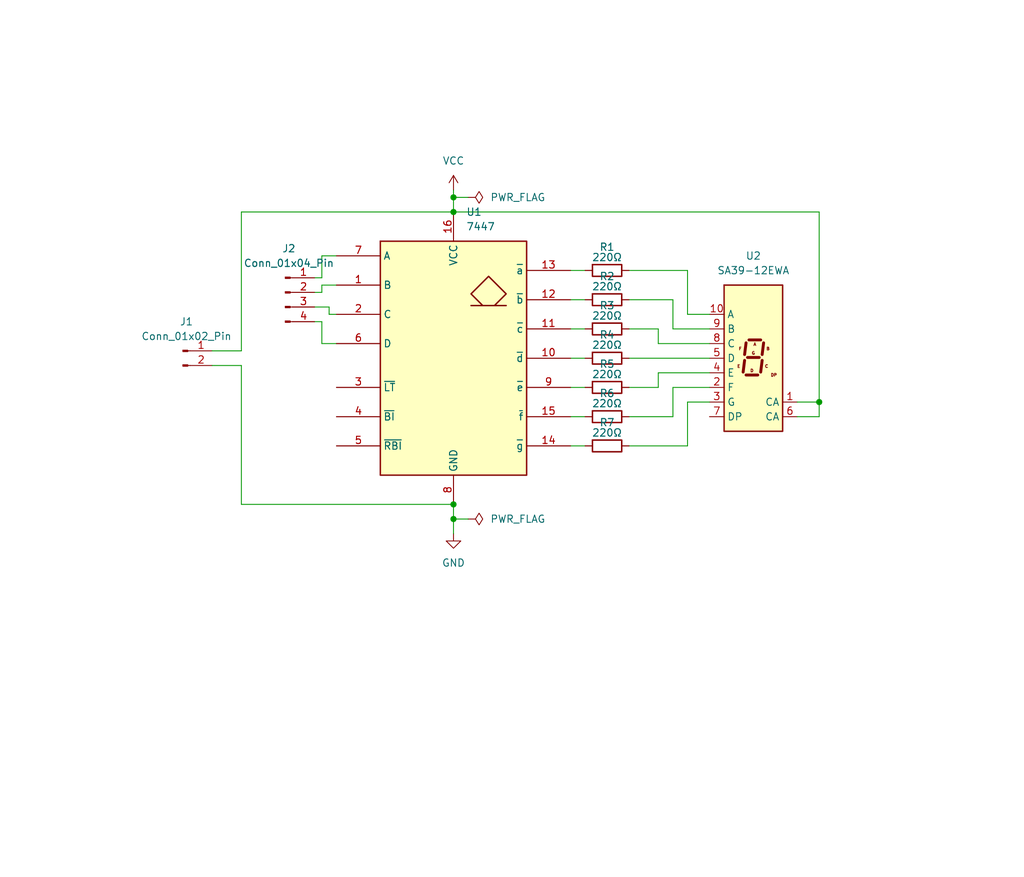
<source format=kicad_sch>
(kicad_sch (version 20231120) (generator "eeschema") (generator_version "8.0")
  (paper "User" 177.8 152.4)
  (title_block (title "Single Digit 7 Segment Display Using IC7447") (date "2025-01-27") (rev "V1") (company "Nandan R Pai") (comment 1 "NNM22AM033, Dept. of AIML"))
  (lib_symbols
    (symbol "74xx_IEEE:7447"
      (property "Reference" "U" (at 3.81 11.43 0))
      (property "Value" "7447" (at 6.35 -11.43 0))
      (symbol "7447_0_0"
        (rectangle (start -12.7 20.32) (end 12.7 -20.32) (stroke (width 0.254)) (fill (type background)))
        (polyline (pts (xy 7.112 9.144) (xy 9.144 11.176) (xy 6.096 14.224) (xy 3.048 11.176) (xy 5.08 9.144) (xy 3.048 9.144) (xy 9.144 9.144) (xy 9.144 9.144)) (stroke (width 0.254)) (fill (type background)))
        (pin power_in line (at 0 25.4 270) (length 5.08) (name "VCC") (number "16"))
        (pin power_in line (at 0 -25.4 90) (length 5.08) (name "GND") (number "8"))
      )
      (symbol "7447_1_1"
        (pin input line (at -20.32 12.7 0) (length 7.62) (name "B") (number "1"))
        (pin open_collector line (at 20.32 0 180) (length 7.62) (name "~{d}") (number "10"))
        (pin open_collector line (at 20.32 5.08 180) (length 7.62) (name "~{c}") (number "11"))
        (pin open_collector line (at 20.32 10.16 180) (length 7.62) (name "~{b}") (number "12"))
        (pin open_collector line (at 20.32 15.24 180) (length 7.62) (name "~{a}") (number "13"))
        (pin open_collector line (at 20.32 -15.24 180) (length 7.62) (name "~{g}") (number "14"))
        (pin open_collector line (at 20.32 -10.16 180) (length 7.62) (name "~{f}") (number "15"))
        (pin input line (at -20.32 7.62 0) (length 7.62) (name "C") (number "2"))
        (pin input line (at -20.32 -5.08 0) (length 7.62) (name "~{LT}") (number "3"))
        (pin input line (at -20.32 -10.16 0) (length 7.62) (name "~{BI}") (number "4"))
        (pin input line (at -20.32 -15.24 0) (length 7.62) (name "~{RBI}") (number "5"))
        (pin input line (at -20.32 2.54 0) (length 7.62) (name "D") (number "6"))
        (pin input line (at -20.32 17.78 0) (length 7.62) (name "A") (number "7"))
        (pin open_collector line (at 20.32 -5.08 180) (length 7.62) (name "~{e}") (number "9"))
      )
    )
    (symbol "Connector:Conn_01x02_Pin" (pin_names (offset 1.016) hide)
      (property "Reference" "J" (at 0 2.54 0))
      (property "Value" "Conn_01x02_Pin" (at 0 -5.08 0))
      (symbol "Conn_01x02_Pin_1_1"
        (polyline (pts (xy 1.27 -2.54) (xy 0.8636 -2.54)) (stroke (width 0.1524)))
        (polyline (pts (xy 1.27 0) (xy 0.8636 0)) (stroke (width 0.1524)))
        (rectangle (start 0.8636 -2.413) (end 0 -2.667) (stroke (width 0.1524)) (fill (type outline)))
        (rectangle (start 0.8636 0.127) (end 0 -0.127) (stroke (width 0.1524)) (fill (type outline)))
        (pin passive line (at 5.08 0 180) (length 3.81) (name "Pin_1") (number "1"))
        (pin passive line (at 5.08 -2.54 180) (length 3.81) (name "Pin_2") (number "2"))
      )
    )
    (symbol "Connector:Conn_01x04_Pin" (pin_names (offset 1.016) hide)
      (property "Reference" "J" (at 0 5.08 0))
      (property "Value" "Conn_01x04_Pin" (at 0 -7.62 0))
      (symbol "Conn_01x04_Pin_1_1"
        (polyline (pts (xy 1.27 -5.08) (xy 0.8636 -5.08)) (stroke (width 0.1524)))
        (polyline (pts (xy 1.27 -2.54) (xy 0.8636 -2.54)) (stroke (width 0.1524)))
        (polyline (pts (xy 1.27 0) (xy 0.8636 0)) (stroke (width 0.1524)))
        (polyline (pts (xy 1.27 2.54) (xy 0.8636 2.54)) (stroke (width 0.1524)))
        (rectangle (start 0.8636 -4.953) (end 0 -5.207) (stroke (width 0.1524)) (fill (type outline)))
        (rectangle (start 0.8636 -2.413) (end 0 -2.667) (stroke (width 0.1524)) (fill (type outline)))
        (rectangle (start 0.8636 0.127) (end 0 -0.127) (stroke (width 0.1524)) (fill (type outline)))
        (rectangle (start 0.8636 2.667) (end 0 2.413) (stroke (width 0.1524)) (fill (type outline)))
        (pin passive line (at 5.08 2.54 180) (length 3.81) (name "Pin_1") (number "1"))
        (pin passive line (at 5.08 0 180) (length 3.81) (name "Pin_2") (number "2"))
        (pin passive line (at 5.08 -2.54 180) (length 3.81) (name "Pin_3") (number "3"))
        (pin passive line (at 5.08 -5.08 180) (length 3.81) (name "Pin_4") (number "4"))
      )
    )
    (symbol "Device:R" (pin_numbers hide) (pin_names (offset 0))
      (property "Reference" "R" (at 2.032 0 90))
      (property "Value" "R" (at 0 0 90))
      (symbol "R_0_1"
        (rectangle (start -1.016 -2.54) (end 1.016 2.54) (stroke (width 0.254)))
      )
      (symbol "R_1_1"
        (pin passive line (at 0 3.81 270) (length 1.27) (name "~") (number "1"))
        (pin passive line (at 0 -3.81 90) (length 1.27) (name "~") (number "2"))
      )
    )
    (symbol "Display_Character:SA39-12EWA"
      (property "Reference" "U" (at -3.81 13.97 0))
      (property "Value" "SA39-12EWA" (at 6.35 13.97 0))
      (symbol "SA39-12EWA_1_0"
        (text "A" (at 0.254 2.413 0) (effects (font (size 0.508 0.508))))
        (text "B" (at 2.54 1.651 0) (effects (font (size 0.508 0.508))))
        (text "C" (at 2.286 -1.397 0) (effects (font (size 0.508 0.508))))
        (text "D" (at -0.254 -2.159 0) (effects (font (size 0.508 0.508))))
        (text "DP" (at 3.556 -2.921 0) (effects (font (size 0.508 0.508))))
        (text "E" (at -2.54 -1.397 0) (effects (font (size 0.508 0.508))))
        (text "F" (at -2.286 1.651 0) (effects (font (size 0.508 0.508))))
        (text "G" (at 0 0.889 0) (effects (font (size 0.508 0.508))))
      )
      (symbol "SA39-12EWA_1_1"
        (rectangle (start -5.08 12.7) (end 5.08 -12.7) (stroke (width 0.254)) (fill (type background)))
        (polyline (pts (xy -1.524 -0.381) (xy -1.778 -2.413)) (stroke (width 0.508)))
        (polyline (pts (xy -1.27 -2.921) (xy 0.762 -2.921)) (stroke (width 0.508)))
        (polyline (pts (xy -1.27 2.667) (xy -1.524 0.635)) (stroke (width 0.508)))
        (polyline (pts (xy -1.016 0.127) (xy 1.016 0.127)) (stroke (width 0.508)))
        (polyline (pts (xy -0.762 3.175) (xy 1.27 3.175)) (stroke (width 0.508)))
        (polyline (pts (xy 1.524 -0.381) (xy 1.27 -2.413)) (stroke (width 0.508)))
        (polyline (pts (xy 1.778 2.667) (xy 1.524 0.635)) (stroke (width 0.508)))
        (polyline (pts (xy 2.54 -2.921) (xy 2.54 -2.921)) (stroke (width 0.508)))
        (pin input line (at 7.62 -7.62 180) (length 2.54) (name "CA") (number "1"))
        (pin input line (at -7.62 7.62 0) (length 2.54) (name "A") (number "10"))
        (pin input line (at -7.62 -5.08 0) (length 2.54) (name "F") (number "2"))
        (pin input line (at -7.62 -7.62 0) (length 2.54) (name "G") (number "3"))
        (pin input line (at -7.62 -2.54 0) (length 2.54) (name "E") (number "4"))
        (pin input line (at -7.62 0 0) (length 2.54) (name "D") (number "5"))
        (pin input line (at 7.62 -10.16 180) (length 2.54) (name "CA") (number "6"))
        (pin input line (at -7.62 -10.16 0) (length 2.54) (name "DP") (number "7"))
        (pin input line (at -7.62 2.54 0) (length 2.54) (name "C") (number "8"))
        (pin input line (at -7.62 5.08 0) (length 2.54) (name "B") (number "9"))
      )
    )
    (symbol "power:GND" (power) (pin_numbers hide) (pin_names (offset 0) hide)
      (property "Value" "GND" (at 0 -3.81 0))
      (symbol "GND_0_1"
        (polyline (pts (xy 0 0) (xy 0 -1.27) (xy 1.27 -1.27) (xy 0 -2.54) (xy -1.27 -1.27) (xy 0 -1.27)))
      )
      (symbol "GND_1_1"
        (pin power_in line (at 0 0 270) (length 0) (name "~") (number "1"))
      )
    )
    (symbol "power:PWR_FLAG" (power) (pin_numbers hide) (pin_names (offset 0) hide)
      (property "Value" "PWR_FLAG" (at 0 3.81 0))
      (symbol "PWR_FLAG_0_0"
        (pin power_out line (at 0 0 90) (length 0) (name "~") (number "1"))
      )
      (symbol "PWR_FLAG_0_1"
        (polyline (pts (xy 0 0) (xy 0 1.27) (xy -1.016 1.905) (xy 0 2.54) (xy 1.016 1.905) (xy 0 1.27)))
      )
    )
    (symbol "power:VCC" (power) (pin_numbers hide) (pin_names (offset 0) hide)
      (property "Value" "VCC" (at 0 3.556 0))
      (symbol "VCC_0_1"
        (polyline (pts (xy -0.762 1.27) (xy 0 2.54)))
        (polyline (pts (xy 0 0) (xy 0 2.54)))
        (polyline (pts (xy 0 2.54) (xy 0.762 1.27)))
      )
      (symbol "VCC_1_1"
        (pin power_in line (at 0 0 90) (length 0) (name "~") (number "1"))
      )
    )
  )
  (junction (at 78.74 34.29))
  (junction (at 78.74 87.63))
  (junction (at 78.74 36.83))
  (junction (at 78.74 90.17))
  (junction (at 142.24 69.85))
  (wire (pts (xy 119.38 69.85) (xy 123.19 69.85)))
  (wire (pts (xy 55.88 55.88) (xy 55.88 59.69)))
  (wire (pts (xy 54.61 48.26) (xy 55.88 48.26)))
  (wire (pts (xy 114.3 59.69) (xy 123.19 59.69)))
  (wire (pts (xy 41.91 63.5) (xy 41.91 87.63)))
  (wire (pts (xy 109.22 67.31) (xy 114.3 67.31)))
  (wire (pts (xy 114.3 64.77) (xy 123.19 64.77)))
  (wire (pts (xy 114.3 57.15) (xy 114.3 59.69)))
  (wire (pts (xy 138.43 72.39) (xy 142.24 72.39)))
  (wire (pts (xy 54.61 50.8) (xy 55.88 50.8)))
  (wire (pts (xy 116.84 57.15) (xy 123.19 57.15)))
  (wire (pts (xy 142.24 69.85) (xy 142.24 36.83)))
  (wire (pts (xy 36.83 63.5) (xy 41.91 63.5)))
  (wire (pts (xy 142.24 72.39) (xy 142.24 69.85)))
  (wire (pts (xy 109.22 77.47) (xy 119.38 77.47)))
  (wire (pts (xy 109.22 57.15) (xy 114.3 57.15)))
  (wire (pts (xy 55.88 44.45) (xy 58.42 44.45)))
  (wire (pts (xy 78.74 90.17) (xy 81.28 90.17)))
  (wire (pts (xy 55.88 49.53) (xy 58.42 49.53)))
  (wire (pts (xy 109.22 52.07) (xy 116.84 52.07)))
  (wire (pts (xy 54.61 55.88) (xy 55.88 55.88)))
  (wire (pts (xy 99.06 72.39) (xy 101.6 72.39)))
  (wire (pts (xy 78.74 36.83) (xy 41.91 36.83)))
  (wire (pts (xy 55.88 48.26) (xy 55.88 44.45)))
  (wire (pts (xy 109.22 46.99) (xy 119.38 46.99)))
  (wire (pts (xy 78.74 34.29) (xy 78.74 36.83)))
  (wire (pts (xy 41.91 87.63) (xy 78.74 87.63)))
  (wire (pts (xy 138.43 69.85) (xy 142.24 69.85)))
  (wire (pts (xy 55.88 50.8) (xy 55.88 49.53)))
  (wire (pts (xy 119.38 77.47) (xy 119.38 69.85)))
  (wire (pts (xy 116.84 72.39) (xy 116.84 67.31)))
  (wire (pts (xy 119.38 46.99) (xy 119.38 54.61)))
  (wire (pts (xy 109.22 62.23) (xy 123.19 62.23)))
  (wire (pts (xy 99.06 52.07) (xy 101.6 52.07)))
  (wire (pts (xy 78.74 33.02) (xy 78.74 34.29)))
  (wire (pts (xy 78.74 34.29) (xy 81.28 34.29)))
  (wire (pts (xy 41.91 36.83) (xy 41.91 60.96)))
  (wire (pts (xy 99.06 62.23) (xy 101.6 62.23)))
  (wire (pts (xy 142.24 36.83) (xy 78.74 36.83)))
  (wire (pts (xy 99.06 57.15) (xy 101.6 57.15)))
  (wire (pts (xy 78.74 90.17) (xy 78.74 92.71)))
  (wire (pts (xy 36.83 60.96) (xy 41.91 60.96)))
  (wire (pts (xy 54.61 53.34) (xy 57.15 53.34)))
  (wire (pts (xy 57.15 53.34) (xy 57.15 54.61)))
  (wire (pts (xy 57.15 54.61) (xy 58.42 54.61)))
  (wire (pts (xy 114.3 67.31) (xy 114.3 64.77)))
  (wire (pts (xy 116.84 67.31) (xy 123.19 67.31)))
  (wire (pts (xy 78.74 87.63) (xy 78.74 90.17)))
  (wire (pts (xy 99.06 77.47) (xy 101.6 77.47)))
  (wire (pts (xy 119.38 54.61) (xy 123.19 54.61)))
  (wire (pts (xy 99.06 67.31) (xy 101.6 67.31)))
  (wire (pts (xy 116.84 52.07) (xy 116.84 57.15)))
  (wire (pts (xy 109.22 72.39) (xy 116.84 72.39)))
  (wire (pts (xy 99.06 46.99) (xy 101.6 46.99)))
  (wire (pts (xy 55.88 59.69) (xy 58.42 59.69)))
  (symbol (lib_id "power:VCC") (at 78.74 33.02 0) (unit 1)
    (property "Reference" "#PWR01" (effects (hide yes)))
    (property "Value" "VCC" (at 78.74 27.94 0))
    (property "Description" "Power symbol creates a global label with name \"VCC\"" (effects (hide yes)))
  )
  (symbol (lib_id "Device:R") (at 105.41 72.39 90) (unit 1)
    (property "Reference" "R6" (at 105.41 68.326 90))
    (property "Value" "220Ω" (at 105.41 70.104 90))
    (property "Footprint" "Resistor_THT:R_Axial_DIN0204_L3.6mm_D1.6mm_P7.62mm_Horizontal" (effects (hide yes)))
    (property "Description" "Resistor" (effects (hide yes)))
  )
  (symbol (lib_id "74xx_IEEE:7447") (at 78.74 62.23 0) (unit 1)
    (property "Reference" "U1" (at 80.9341 36.83 0) (effects (justify left)))
    (property "Value" "7447" (at 80.9341 39.37 0) (effects (justify left)))
    (property "Footprint" "Package_DIP:DIP-16_W10.16mm" (effects (hide yes)))
  )
  (symbol (lib_id "Device:R") (at 105.41 57.15 90) (unit 1)
    (property "Reference" "R3" (at 105.41 53.086 90))
    (property "Value" "220Ω" (at 105.41 54.864 90))
    (property "Footprint" "Resistor_THT:R_Axial_DIN0204_L3.6mm_D1.6mm_P7.62mm_Horizontal" (effects (hide yes)))
    (property "Description" "Resistor" (effects (hide yes)))
  )
  (symbol (lib_id "power:PWR_FLAG") (at 81.28 34.29 270) (unit 1)
    (property "Reference" "#FLG01" (effects (hide yes)))
    (property "Value" "PWR_FLAG" (at 85.09 34.2899 90) (effects (justify left)))
    (property "Description" "Special symbol for telling ERC where power comes from" (effects (hide yes)))
  )
  (symbol (lib_id "Device:R") (at 105.41 77.47 90) (unit 1)
    (property "Reference" "R7" (at 105.41 73.406 90))
    (property "Value" "220Ω" (at 105.41 75.184 90))
    (property "Footprint" "Resistor_THT:R_Axial_DIN0204_L3.6mm_D1.6mm_P7.62mm_Horizontal" (effects (hide yes)))
    (property "Description" "Resistor" (effects (hide yes)))
  )
  (symbol (lib_id "Connector:Conn_01x04_Pin") (at 49.53 50.8 0) (unit 1)
    (property "Reference" "J2" (at 50.165 43.18 0))
    (property "Value" "Conn_01x04_Pin" (at 50.165 45.72 0))
    (property "Footprint" "Connector_PinSocket_2.54mm:PinSocket_1x04_P2.54mm_Vertical" (effects (hide yes)))
    (property "Description" "Generic connector, single row, 01x04, script generated" (effects (hide yes)))
  )
  (symbol (lib_id "Display_Character:SA39-12EWA") (at 130.81 62.23 0) (unit 1)
    (property "Reference" "U2" (at 130.81 44.45 0))
    (property "Value" "SA39-12EWA" (at 130.81 46.99 0))
    (property "Footprint" "Display_7Segment:HDSP-7401" (effects (hide yes)))
    (property "Datasheet" "http://www.kingbrightusa.com/images/catalog/SPEC/sa39-12ewa.pdf" (effects (hide yes)))
    (property "Description" "Single digit 7 segment display, high efficiency red, common anode" (effects (hide yes)))
  )
  (symbol (lib_id "power:PWR_FLAG") (at 81.28 90.17 270) (unit 1)
    (property "Reference" "#FLG02" (effects (hide yes)))
    (property "Value" "PWR_FLAG" (at 85.09 90.1699 90) (effects (justify left)))
    (property "Description" "Special symbol for telling ERC where power comes from" (effects (hide yes)))
  )
  (symbol (lib_id "Device:R") (at 105.41 46.99 90) (unit 1)
    (property "Reference" "R1" (at 105.41 42.926 90))
    (property "Value" "220Ω" (at 105.41 44.704 90))
    (property "Footprint" "Resistor_THT:R_Axial_DIN0204_L3.6mm_D1.6mm_P7.62mm_Horizontal" (effects (hide yes)))
    (property "Description" "Resistor" (effects (hide yes)))
  )
  (symbol (lib_id "Connector:Conn_01x02_Pin") (at 31.75 60.96 0) (unit 1)
    (property "Reference" "J1" (at 32.385 55.88 0))
    (property "Value" "Conn_01x02_Pin" (at 32.385 58.42 0))
    (property "Footprint" "Connector_PinSocket_2.54mm:PinSocket_1x02_P2.54mm_Vertical" (effects (hide yes)))
    (property "Description" "Generic connector, single row, 01x02, script generated" (effects (hide yes)))
  )
  (symbol (lib_id "Device:R") (at 105.41 62.23 90) (unit 1)
    (property "Reference" "R4" (at 105.41 58.166 90))
    (property "Value" "220Ω" (at 105.41 59.944 90))
    (property "Footprint" "Resistor_THT:R_Axial_DIN0204_L3.6mm_D1.6mm_P7.62mm_Horizontal" (effects (hide yes)))
    (property "Description" "Resistor" (effects (hide yes)))
  )
  (symbol (lib_id "Device:R") (at 105.41 52.07 90) (unit 1)
    (property "Reference" "R2" (at 105.41 48.006 90))
    (property "Value" "220Ω" (at 105.41 49.784 90))
    (property "Footprint" "Resistor_THT:R_Axial_DIN0204_L3.6mm_D1.6mm_P7.62mm_Horizontal" (effects (hide yes)))
    (property "Description" "Resistor" (effects (hide yes)))
  )
  (symbol (lib_id "power:GND") (at 78.74 92.71 0) (unit 1)
    (property "Reference" "#PWR02" (effects (hide yes)))
    (property "Value" "GND" (at 78.74 97.79 0))
    (property "Description" "Power symbol creates a global label with name \"GND\" , ground" (effects (hide yes)))
  )
  (symbol (lib_id "Device:R") (at 105.41 67.31 90) (unit 1)
    (property "Reference" "R5" (at 105.41 63.246 90))
    (property "Value" "220Ω" (at 105.41 65.024 90))
    (property "Footprint" "Resistor_THT:R_Axial_DIN0204_L3.6mm_D1.6mm_P7.62mm_Horizontal" (effects (hide yes)))
    (property "Description" "Resistor" (effects (hide yes)))
  )
)
</source>
